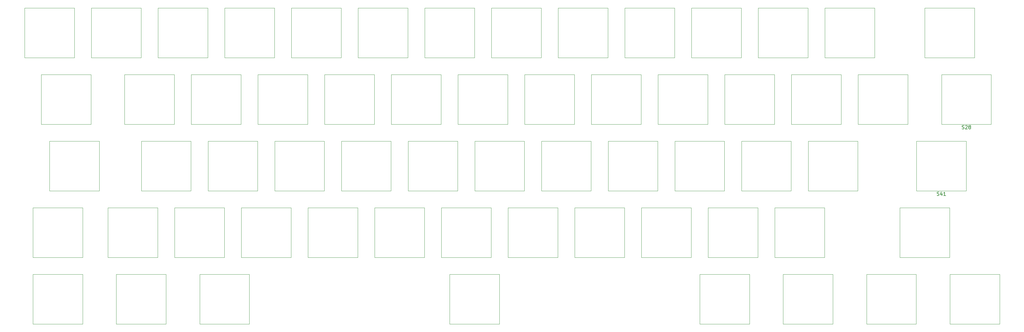
<source format=gbr>
%TF.GenerationSoftware,KiCad,Pcbnew,8.0.3*%
%TF.CreationDate,2024-11-28T23:21:40+08:00*%
%TF.ProjectId,PH60_Rev2,50483630-5f52-4657-9632-2e6b69636164,rev?*%
%TF.SameCoordinates,Original*%
%TF.FileFunction,Legend,Top*%
%TF.FilePolarity,Positive*%
%FSLAX46Y46*%
G04 Gerber Fmt 4.6, Leading zero omitted, Abs format (unit mm)*
G04 Created by KiCad (PCBNEW 8.0.3) date 2024-11-28 23:21:40*
%MOMM*%
%LPD*%
G01*
G04 APERTURE LIST*
%ADD10C,0.150000*%
%ADD11C,0.120000*%
G04 APERTURE END LIST*
D10*
X298799405Y-65557200D02*
X298942262Y-65604819D01*
X298942262Y-65604819D02*
X299180357Y-65604819D01*
X299180357Y-65604819D02*
X299275595Y-65557200D01*
X299275595Y-65557200D02*
X299323214Y-65509580D01*
X299323214Y-65509580D02*
X299370833Y-65414342D01*
X299370833Y-65414342D02*
X299370833Y-65319104D01*
X299370833Y-65319104D02*
X299323214Y-65223866D01*
X299323214Y-65223866D02*
X299275595Y-65176247D01*
X299275595Y-65176247D02*
X299180357Y-65128628D01*
X299180357Y-65128628D02*
X298989881Y-65081009D01*
X298989881Y-65081009D02*
X298894643Y-65033390D01*
X298894643Y-65033390D02*
X298847024Y-64985771D01*
X298847024Y-64985771D02*
X298799405Y-64890533D01*
X298799405Y-64890533D02*
X298799405Y-64795295D01*
X298799405Y-64795295D02*
X298847024Y-64700057D01*
X298847024Y-64700057D02*
X298894643Y-64652438D01*
X298894643Y-64652438D02*
X298989881Y-64604819D01*
X298989881Y-64604819D02*
X299227976Y-64604819D01*
X299227976Y-64604819D02*
X299370833Y-64652438D01*
X299751786Y-64700057D02*
X299799405Y-64652438D01*
X299799405Y-64652438D02*
X299894643Y-64604819D01*
X299894643Y-64604819D02*
X300132738Y-64604819D01*
X300132738Y-64604819D02*
X300227976Y-64652438D01*
X300227976Y-64652438D02*
X300275595Y-64700057D01*
X300275595Y-64700057D02*
X300323214Y-64795295D01*
X300323214Y-64795295D02*
X300323214Y-64890533D01*
X300323214Y-64890533D02*
X300275595Y-65033390D01*
X300275595Y-65033390D02*
X299704167Y-65604819D01*
X299704167Y-65604819D02*
X300323214Y-65604819D01*
X300894643Y-65033390D02*
X300799405Y-64985771D01*
X300799405Y-64985771D02*
X300751786Y-64938152D01*
X300751786Y-64938152D02*
X300704167Y-64842914D01*
X300704167Y-64842914D02*
X300704167Y-64795295D01*
X300704167Y-64795295D02*
X300751786Y-64700057D01*
X300751786Y-64700057D02*
X300799405Y-64652438D01*
X300799405Y-64652438D02*
X300894643Y-64604819D01*
X300894643Y-64604819D02*
X301085119Y-64604819D01*
X301085119Y-64604819D02*
X301180357Y-64652438D01*
X301180357Y-64652438D02*
X301227976Y-64700057D01*
X301227976Y-64700057D02*
X301275595Y-64795295D01*
X301275595Y-64795295D02*
X301275595Y-64842914D01*
X301275595Y-64842914D02*
X301227976Y-64938152D01*
X301227976Y-64938152D02*
X301180357Y-64985771D01*
X301180357Y-64985771D02*
X301085119Y-65033390D01*
X301085119Y-65033390D02*
X300894643Y-65033390D01*
X300894643Y-65033390D02*
X300799405Y-65081009D01*
X300799405Y-65081009D02*
X300751786Y-65128628D01*
X300751786Y-65128628D02*
X300704167Y-65223866D01*
X300704167Y-65223866D02*
X300704167Y-65414342D01*
X300704167Y-65414342D02*
X300751786Y-65509580D01*
X300751786Y-65509580D02*
X300799405Y-65557200D01*
X300799405Y-65557200D02*
X300894643Y-65604819D01*
X300894643Y-65604819D02*
X301085119Y-65604819D01*
X301085119Y-65604819D02*
X301180357Y-65557200D01*
X301180357Y-65557200D02*
X301227976Y-65509580D01*
X301227976Y-65509580D02*
X301275595Y-65414342D01*
X301275595Y-65414342D02*
X301275595Y-65223866D01*
X301275595Y-65223866D02*
X301227976Y-65128628D01*
X301227976Y-65128628D02*
X301180357Y-65081009D01*
X301180357Y-65081009D02*
X301085119Y-65033390D01*
X291655655Y-84607200D02*
X291798512Y-84654819D01*
X291798512Y-84654819D02*
X292036607Y-84654819D01*
X292036607Y-84654819D02*
X292131845Y-84607200D01*
X292131845Y-84607200D02*
X292179464Y-84559580D01*
X292179464Y-84559580D02*
X292227083Y-84464342D01*
X292227083Y-84464342D02*
X292227083Y-84369104D01*
X292227083Y-84369104D02*
X292179464Y-84273866D01*
X292179464Y-84273866D02*
X292131845Y-84226247D01*
X292131845Y-84226247D02*
X292036607Y-84178628D01*
X292036607Y-84178628D02*
X291846131Y-84131009D01*
X291846131Y-84131009D02*
X291750893Y-84083390D01*
X291750893Y-84083390D02*
X291703274Y-84035771D01*
X291703274Y-84035771D02*
X291655655Y-83940533D01*
X291655655Y-83940533D02*
X291655655Y-83845295D01*
X291655655Y-83845295D02*
X291703274Y-83750057D01*
X291703274Y-83750057D02*
X291750893Y-83702438D01*
X291750893Y-83702438D02*
X291846131Y-83654819D01*
X291846131Y-83654819D02*
X292084226Y-83654819D01*
X292084226Y-83654819D02*
X292227083Y-83702438D01*
X293084226Y-83988152D02*
X293084226Y-84654819D01*
X292846131Y-83607200D02*
X292608036Y-84321485D01*
X292608036Y-84321485D02*
X293227083Y-84321485D01*
X294131845Y-84654819D02*
X293560417Y-84654819D01*
X293846131Y-84654819D02*
X293846131Y-83654819D01*
X293846131Y-83654819D02*
X293750893Y-83797676D01*
X293750893Y-83797676D02*
X293655655Y-83892914D01*
X293655655Y-83892914D02*
X293560417Y-83940533D01*
D11*
%TO.C,S30*%
X64337500Y-69100000D02*
X64337500Y-83300000D01*
X64337500Y-83300000D02*
X78537500Y-83300000D01*
X78537500Y-69100000D02*
X64337500Y-69100000D01*
X78537500Y-83300000D02*
X78537500Y-69100000D01*
%TO.C,S27*%
X269125000Y-50050000D02*
X269125000Y-64250000D01*
X269125000Y-64250000D02*
X283325000Y-64250000D01*
X283325000Y-50050000D02*
X269125000Y-50050000D01*
X283325000Y-64250000D02*
X283325000Y-50050000D01*
%TO.C,S42*%
X33381250Y-88150000D02*
X33381250Y-102350000D01*
X33381250Y-102350000D02*
X47581250Y-102350000D01*
X47581250Y-88150000D02*
X33381250Y-88150000D01*
X47581250Y-102350000D02*
X47581250Y-88150000D01*
%TO.C,S32*%
X102437500Y-69100000D02*
X102437500Y-83300000D01*
X102437500Y-83300000D02*
X116637500Y-83300000D01*
X116637500Y-69100000D02*
X102437500Y-69100000D01*
X116637500Y-83300000D02*
X116637500Y-69100000D01*
%TO.C,S38*%
X216737500Y-69100000D02*
X216737500Y-83300000D01*
X216737500Y-83300000D02*
X230937500Y-83300000D01*
X230937500Y-69100000D02*
X216737500Y-69100000D01*
X230937500Y-83300000D02*
X230937500Y-69100000D01*
%TO.C,S35*%
X159587500Y-69100000D02*
X159587500Y-83300000D01*
X159587500Y-83300000D02*
X173787500Y-83300000D01*
X173787500Y-69100000D02*
X159587500Y-69100000D01*
X173787500Y-83300000D02*
X173787500Y-69100000D01*
%TO.C,S4*%
X88150000Y-31000000D02*
X88150000Y-45200000D01*
X88150000Y-45200000D02*
X102350000Y-45200000D01*
X102350000Y-31000000D02*
X88150000Y-31000000D01*
X102350000Y-45200000D02*
X102350000Y-31000000D01*
%TO.C,S2*%
X50050000Y-31000000D02*
X50050000Y-45200000D01*
X50050000Y-45200000D02*
X64250000Y-45200000D01*
X64250000Y-31000000D02*
X50050000Y-31000000D01*
X64250000Y-45200000D02*
X64250000Y-31000000D01*
%TO.C,S22*%
X173875000Y-50050000D02*
X173875000Y-64250000D01*
X173875000Y-64250000D02*
X188075000Y-64250000D01*
X188075000Y-50050000D02*
X173875000Y-50050000D01*
X188075000Y-64250000D02*
X188075000Y-50050000D01*
%TO.C,S28*%
X292937500Y-50050000D02*
X292937500Y-64250000D01*
X292937500Y-64250000D02*
X307137500Y-64250000D01*
X307137500Y-50050000D02*
X292937500Y-50050000D01*
X307137500Y-64250000D02*
X307137500Y-50050000D01*
%TO.C,S46*%
X111962500Y-88150000D02*
X111962500Y-102350000D01*
X111962500Y-102350000D02*
X126162500Y-102350000D01*
X126162500Y-88150000D02*
X111962500Y-88150000D01*
X126162500Y-102350000D02*
X126162500Y-88150000D01*
%TO.C,S1*%
X31000000Y-31000000D02*
X31000000Y-45200000D01*
X31000000Y-45200000D02*
X45200000Y-45200000D01*
X45200000Y-31000000D02*
X31000000Y-31000000D01*
X45200000Y-45200000D02*
X45200000Y-31000000D01*
%TO.C,S54*%
X281031250Y-88150000D02*
X281031250Y-102350000D01*
X281031250Y-102350000D02*
X295231250Y-102350000D01*
X295231250Y-88150000D02*
X281031250Y-88150000D01*
X295231250Y-102350000D02*
X295231250Y-88150000D01*
%TO.C,S10*%
X202450000Y-31000000D02*
X202450000Y-45200000D01*
X202450000Y-45200000D02*
X216650000Y-45200000D01*
X216650000Y-31000000D02*
X202450000Y-31000000D01*
X216650000Y-45200000D02*
X216650000Y-31000000D01*
%TO.C,S34*%
X140537500Y-69100000D02*
X140537500Y-83300000D01*
X140537500Y-83300000D02*
X154737500Y-83300000D01*
X154737500Y-69100000D02*
X140537500Y-69100000D01*
X154737500Y-83300000D02*
X154737500Y-69100000D01*
%TO.C,S15*%
X35762500Y-50050000D02*
X35762500Y-64250000D01*
X35762500Y-64250000D02*
X49962500Y-64250000D01*
X49962500Y-50050000D02*
X35762500Y-50050000D01*
X49962500Y-64250000D02*
X49962500Y-50050000D01*
%TO.C,S56*%
X57193750Y-107200000D02*
X57193750Y-121400000D01*
X57193750Y-121400000D02*
X71393750Y-121400000D01*
X71393750Y-107200000D02*
X57193750Y-107200000D01*
X71393750Y-121400000D02*
X71393750Y-107200000D01*
%TO.C,S20*%
X135775000Y-50050000D02*
X135775000Y-64250000D01*
X135775000Y-64250000D02*
X149975000Y-64250000D01*
X149975000Y-50050000D02*
X135775000Y-50050000D01*
X149975000Y-64250000D02*
X149975000Y-50050000D01*
%TO.C,S17*%
X78625000Y-50050000D02*
X78625000Y-64250000D01*
X78625000Y-64250000D02*
X92825000Y-64250000D01*
X92825000Y-50050000D02*
X78625000Y-50050000D01*
X92825000Y-64250000D02*
X92825000Y-50050000D01*
%TO.C,S31*%
X83387500Y-69100000D02*
X83387500Y-83300000D01*
X83387500Y-83300000D02*
X97587500Y-83300000D01*
X97587500Y-69100000D02*
X83387500Y-69100000D01*
X97587500Y-83300000D02*
X97587500Y-69100000D01*
%TO.C,S48*%
X150062500Y-88150000D02*
X150062500Y-102350000D01*
X150062500Y-102350000D02*
X164262500Y-102350000D01*
X164262500Y-88150000D02*
X150062500Y-88150000D01*
X164262500Y-102350000D02*
X164262500Y-88150000D01*
%TO.C,S51*%
X207212500Y-88150000D02*
X207212500Y-102350000D01*
X207212500Y-102350000D02*
X221412500Y-102350000D01*
X221412500Y-88150000D02*
X207212500Y-88150000D01*
X221412500Y-102350000D02*
X221412500Y-88150000D01*
%TO.C,S23*%
X192925000Y-50050000D02*
X192925000Y-64250000D01*
X192925000Y-64250000D02*
X207125000Y-64250000D01*
X207125000Y-50050000D02*
X192925000Y-50050000D01*
X207125000Y-64250000D02*
X207125000Y-50050000D01*
%TO.C,S50*%
X188162500Y-88150000D02*
X188162500Y-102350000D01*
X188162500Y-102350000D02*
X202362500Y-102350000D01*
X202362500Y-88150000D02*
X188162500Y-88150000D01*
X202362500Y-102350000D02*
X202362500Y-88150000D01*
%TO.C,S18*%
X97675000Y-50050000D02*
X97675000Y-64250000D01*
X97675000Y-64250000D02*
X111875000Y-64250000D01*
X111875000Y-50050000D02*
X97675000Y-50050000D01*
X111875000Y-64250000D02*
X111875000Y-50050000D01*
%TO.C,S33*%
X121487500Y-69100000D02*
X121487500Y-83300000D01*
X121487500Y-83300000D02*
X135687500Y-83300000D01*
X135687500Y-69100000D02*
X121487500Y-69100000D01*
X135687500Y-83300000D02*
X135687500Y-69100000D01*
%TO.C,S61*%
X271506250Y-107200000D02*
X271506250Y-121400000D01*
X271506250Y-121400000D02*
X285706250Y-121400000D01*
X285706250Y-107200000D02*
X271506250Y-107200000D01*
X285706250Y-121400000D02*
X285706250Y-107200000D01*
%TO.C,S16*%
X59575000Y-50050000D02*
X59575000Y-64250000D01*
X59575000Y-64250000D02*
X73775000Y-64250000D01*
X73775000Y-50050000D02*
X59575000Y-50050000D01*
X73775000Y-64250000D02*
X73775000Y-50050000D01*
%TO.C,S60*%
X247693750Y-107200000D02*
X247693750Y-121400000D01*
X247693750Y-121400000D02*
X261893750Y-121400000D01*
X261893750Y-107200000D02*
X247693750Y-107200000D01*
X261893750Y-121400000D02*
X261893750Y-107200000D01*
%TO.C,S58*%
X152443750Y-107200000D02*
X152443750Y-121400000D01*
X152443750Y-121400000D02*
X166643750Y-121400000D01*
X166643750Y-107200000D02*
X152443750Y-107200000D01*
X166643750Y-121400000D02*
X166643750Y-107200000D01*
%TO.C,S24*%
X211975000Y-50050000D02*
X211975000Y-64250000D01*
X211975000Y-64250000D02*
X226175000Y-64250000D01*
X226175000Y-50050000D02*
X211975000Y-50050000D01*
X226175000Y-64250000D02*
X226175000Y-50050000D01*
%TO.C,S29*%
X38143750Y-69100000D02*
X38143750Y-83300000D01*
X38143750Y-83300000D02*
X52343750Y-83300000D01*
X52343750Y-69100000D02*
X38143750Y-69100000D01*
X52343750Y-83300000D02*
X52343750Y-69100000D01*
%TO.C,S37*%
X197687500Y-69100000D02*
X197687500Y-83300000D01*
X197687500Y-83300000D02*
X211887500Y-83300000D01*
X211887500Y-69100000D02*
X197687500Y-69100000D01*
X211887500Y-83300000D02*
X211887500Y-69100000D01*
%TO.C,S43*%
X54812500Y-88150000D02*
X54812500Y-102350000D01*
X54812500Y-102350000D02*
X69012500Y-102350000D01*
X69012500Y-88150000D02*
X54812500Y-88150000D01*
X69012500Y-102350000D02*
X69012500Y-88150000D01*
%TO.C,S3*%
X69100000Y-31000000D02*
X69100000Y-45200000D01*
X69100000Y-45200000D02*
X83300000Y-45200000D01*
X83300000Y-31000000D02*
X69100000Y-31000000D01*
X83300000Y-45200000D02*
X83300000Y-31000000D01*
%TO.C,S36*%
X178637500Y-69100000D02*
X178637500Y-83300000D01*
X178637500Y-83300000D02*
X192837500Y-83300000D01*
X192837500Y-69100000D02*
X178637500Y-69100000D01*
X192837500Y-83300000D02*
X192837500Y-69100000D01*
%TO.C,S6*%
X126250000Y-31000000D02*
X126250000Y-45200000D01*
X126250000Y-45200000D02*
X140450000Y-45200000D01*
X140450000Y-31000000D02*
X126250000Y-31000000D01*
X140450000Y-45200000D02*
X140450000Y-31000000D01*
%TO.C,S55*%
X33381250Y-107200000D02*
X33381250Y-121400000D01*
X33381250Y-121400000D02*
X47581250Y-121400000D01*
X47581250Y-107200000D02*
X33381250Y-107200000D01*
X47581250Y-121400000D02*
X47581250Y-107200000D01*
%TO.C,S25*%
X231025000Y-50050000D02*
X231025000Y-64250000D01*
X231025000Y-64250000D02*
X245225000Y-64250000D01*
X245225000Y-50050000D02*
X231025000Y-50050000D01*
X245225000Y-64250000D02*
X245225000Y-50050000D01*
%TO.C,S9*%
X183400000Y-31000000D02*
X183400000Y-45200000D01*
X183400000Y-45200000D02*
X197600000Y-45200000D01*
X197600000Y-31000000D02*
X183400000Y-31000000D01*
X197600000Y-45200000D02*
X197600000Y-31000000D01*
%TO.C,S26*%
X250075000Y-50050000D02*
X250075000Y-64250000D01*
X250075000Y-64250000D02*
X264275000Y-64250000D01*
X264275000Y-50050000D02*
X250075000Y-50050000D01*
X264275000Y-64250000D02*
X264275000Y-50050000D01*
%TO.C,S11*%
X221500000Y-31000000D02*
X221500000Y-45200000D01*
X221500000Y-45200000D02*
X235700000Y-45200000D01*
X235700000Y-31000000D02*
X221500000Y-31000000D01*
X235700000Y-45200000D02*
X235700000Y-31000000D01*
%TO.C,S59*%
X223881250Y-107200000D02*
X223881250Y-121400000D01*
X223881250Y-121400000D02*
X238081250Y-121400000D01*
X238081250Y-107200000D02*
X223881250Y-107200000D01*
X238081250Y-121400000D02*
X238081250Y-107200000D01*
%TO.C,S53*%
X245312500Y-88150000D02*
X245312500Y-102350000D01*
X245312500Y-102350000D02*
X259512500Y-102350000D01*
X259512500Y-88150000D02*
X245312500Y-88150000D01*
X259512500Y-102350000D02*
X259512500Y-88150000D01*
%TO.C,S12*%
X240550000Y-31000000D02*
X240550000Y-45200000D01*
X240550000Y-45200000D02*
X254750000Y-45200000D01*
X254750000Y-31000000D02*
X240550000Y-31000000D01*
X254750000Y-45200000D02*
X254750000Y-31000000D01*
%TO.C,S57*%
X81006250Y-107200000D02*
X81006250Y-121400000D01*
X81006250Y-121400000D02*
X95206250Y-121400000D01*
X95206250Y-107200000D02*
X81006250Y-107200000D01*
X95206250Y-121400000D02*
X95206250Y-107200000D01*
%TO.C,S8*%
X164350000Y-31000000D02*
X164350000Y-45200000D01*
X164350000Y-45200000D02*
X178550000Y-45200000D01*
X178550000Y-31000000D02*
X164350000Y-31000000D01*
X178550000Y-45200000D02*
X178550000Y-31000000D01*
%TO.C,S13*%
X259600000Y-31000000D02*
X259600000Y-45200000D01*
X259600000Y-45200000D02*
X273800000Y-45200000D01*
X273800000Y-31000000D02*
X259600000Y-31000000D01*
X273800000Y-45200000D02*
X273800000Y-31000000D01*
%TO.C,S14*%
X288175000Y-31000000D02*
X288175000Y-45200000D01*
X288175000Y-45200000D02*
X302375000Y-45200000D01*
X302375000Y-31000000D02*
X288175000Y-31000000D01*
X302375000Y-45200000D02*
X302375000Y-31000000D01*
%TO.C,S21*%
X154825000Y-50050000D02*
X154825000Y-64250000D01*
X154825000Y-64250000D02*
X169025000Y-64250000D01*
X169025000Y-50050000D02*
X154825000Y-50050000D01*
X169025000Y-64250000D02*
X169025000Y-50050000D01*
%TO.C,S19*%
X116725000Y-50050000D02*
X116725000Y-64250000D01*
X116725000Y-64250000D02*
X130925000Y-64250000D01*
X130925000Y-50050000D02*
X116725000Y-50050000D01*
X130925000Y-64250000D02*
X130925000Y-50050000D01*
%TO.C,S5*%
X107200000Y-31000000D02*
X107200000Y-45200000D01*
X107200000Y-45200000D02*
X121400000Y-45200000D01*
X121400000Y-31000000D02*
X107200000Y-31000000D01*
X121400000Y-45200000D02*
X121400000Y-31000000D01*
%TO.C,S45*%
X92912500Y-88150000D02*
X92912500Y-102350000D01*
X92912500Y-102350000D02*
X107112500Y-102350000D01*
X107112500Y-88150000D02*
X92912500Y-88150000D01*
X107112500Y-102350000D02*
X107112500Y-88150000D01*
%TO.C,S62*%
X295318750Y-107200000D02*
X295318750Y-121400000D01*
X295318750Y-121400000D02*
X309518750Y-121400000D01*
X309518750Y-107200000D02*
X295318750Y-107200000D01*
X309518750Y-121400000D02*
X309518750Y-107200000D01*
%TO.C,S52*%
X226262500Y-88150000D02*
X226262500Y-102350000D01*
X226262500Y-102350000D02*
X240462500Y-102350000D01*
X240462500Y-88150000D02*
X226262500Y-88150000D01*
X240462500Y-102350000D02*
X240462500Y-88150000D01*
%TO.C,S7*%
X145300000Y-31000000D02*
X145300000Y-45200000D01*
X145300000Y-45200000D02*
X159500000Y-45200000D01*
X159500000Y-31000000D02*
X145300000Y-31000000D01*
X159500000Y-45200000D02*
X159500000Y-31000000D01*
%TO.C,S41*%
X285793750Y-69100000D02*
X285793750Y-83300000D01*
X285793750Y-83300000D02*
X299993750Y-83300000D01*
X299993750Y-69100000D02*
X285793750Y-69100000D01*
X299993750Y-83300000D02*
X299993750Y-69100000D01*
%TO.C,S49*%
X169112500Y-88150000D02*
X169112500Y-102350000D01*
X169112500Y-102350000D02*
X183312500Y-102350000D01*
X183312500Y-88150000D02*
X169112500Y-88150000D01*
X183312500Y-102350000D02*
X183312500Y-88150000D01*
%TO.C,S44*%
X73862500Y-88150000D02*
X73862500Y-102350000D01*
X73862500Y-102350000D02*
X88062500Y-102350000D01*
X88062500Y-88150000D02*
X73862500Y-88150000D01*
X88062500Y-102350000D02*
X88062500Y-88150000D01*
%TO.C,S39*%
X235787500Y-69100000D02*
X235787500Y-83300000D01*
X235787500Y-83300000D02*
X249987500Y-83300000D01*
X249987500Y-69100000D02*
X235787500Y-69100000D01*
X249987500Y-83300000D02*
X249987500Y-69100000D01*
%TO.C,S40*%
X254837500Y-69100000D02*
X254837500Y-83300000D01*
X254837500Y-83300000D02*
X269037500Y-83300000D01*
X269037500Y-69100000D02*
X254837500Y-69100000D01*
X269037500Y-83300000D02*
X269037500Y-69100000D01*
%TO.C,S47*%
X131012500Y-88150000D02*
X131012500Y-102350000D01*
X131012500Y-102350000D02*
X145212500Y-102350000D01*
X145212500Y-88150000D02*
X131012500Y-88150000D01*
X145212500Y-102350000D02*
X145212500Y-88150000D01*
%TD*%
M02*

</source>
